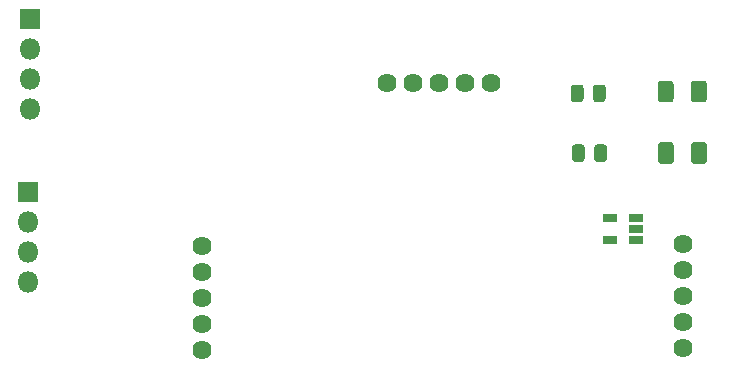
<source format=gbr>
%TF.GenerationSoftware,KiCad,Pcbnew,5.1.6-c6e7f7d~87~ubuntu20.04.1*%
%TF.CreationDate,2022-02-26T19:36:22+01:00*%
%TF.ProjectId,pick_n_place_head,7069636b-5f6e-45f7-906c-6163655f6865,rev?*%
%TF.SameCoordinates,PX5f36538PY5a45498*%
%TF.FileFunction,Soldermask,Top*%
%TF.FilePolarity,Negative*%
%FSLAX46Y46*%
G04 Gerber Fmt 4.6, Leading zero omitted, Abs format (unit mm)*
G04 Created by KiCad (PCBNEW 5.1.6-c6e7f7d~87~ubuntu20.04.1) date 2022-02-26 19:36:22*
%MOMM*%
%LPD*%
G01*
G04 APERTURE LIST*
%ADD10O,1.800000X1.800000*%
%ADD11R,1.800000X1.800000*%
%ADD12C,1.624000*%
%ADD13R,1.160000X0.750000*%
G04 APERTURE END LIST*
D10*
%TO.C,Amot1*%
X-9565640Y28285440D03*
X-9565640Y30825440D03*
X-9565640Y33365440D03*
D11*
X-9565640Y35905440D03*
%TD*%
%TO.C,blue1*%
G36*
G01*
X44951760Y25232040D02*
X44951760Y23922040D01*
G75*
G02*
X44681760Y23652040I-270000J0D01*
G01*
X43871760Y23652040D01*
G75*
G02*
X43601760Y23922040I0J270000D01*
G01*
X43601760Y25232040D01*
G75*
G02*
X43871760Y25502040I270000J0D01*
G01*
X44681760Y25502040D01*
G75*
G02*
X44951760Y25232040I0J-270000D01*
G01*
G37*
G36*
G01*
X47751760Y25232040D02*
X47751760Y23922040D01*
G75*
G02*
X47481760Y23652040I-270000J0D01*
G01*
X46671760Y23652040D01*
G75*
G02*
X46401760Y23922040I0J270000D01*
G01*
X46401760Y25232040D01*
G75*
G02*
X46671760Y25502040I270000J0D01*
G01*
X47481760Y25502040D01*
G75*
G02*
X47751760Y25232040I0J-270000D01*
G01*
G37*
%TD*%
%TO.C,green1*%
G36*
G01*
X47728760Y30439040D02*
X47728760Y29129040D01*
G75*
G02*
X47458760Y28859040I-270000J0D01*
G01*
X46648760Y28859040D01*
G75*
G02*
X46378760Y29129040I0J270000D01*
G01*
X46378760Y30439040D01*
G75*
G02*
X46648760Y30709040I270000J0D01*
G01*
X47458760Y30709040D01*
G75*
G02*
X47728760Y30439040I0J-270000D01*
G01*
G37*
G36*
G01*
X44928760Y30439040D02*
X44928760Y29129040D01*
G75*
G02*
X44658760Y28859040I-270000J0D01*
G01*
X43848760Y28859040D01*
G75*
G02*
X43578760Y29129040I0J270000D01*
G01*
X43578760Y30439040D01*
G75*
G02*
X43848760Y30709040I270000J0D01*
G01*
X44658760Y30709040D01*
G75*
G02*
X44928760Y30439040I0J-270000D01*
G01*
G37*
%TD*%
D12*
%TO.C,M1*%
X4962760Y16734240D03*
X4962760Y14534240D03*
X4962760Y12334240D03*
X4962760Y10134240D03*
X4962760Y7934240D03*
%TD*%
%TO.C,M2*%
X45729760Y8061240D03*
X45729760Y10261240D03*
X45729760Y12461240D03*
X45729760Y14661240D03*
X45729760Y16861240D03*
%TD*%
%TO.C,M3*%
X29479760Y30495240D03*
X27279760Y30495240D03*
X25079760Y30495240D03*
X22879760Y30495240D03*
X20679760Y30495240D03*
%TD*%
%TO.C,R1*%
G36*
G01*
X38207760Y24095790D02*
X38207760Y25058290D01*
G75*
G02*
X38476510Y25327040I268750J0D01*
G01*
X39014010Y25327040D01*
G75*
G02*
X39282760Y25058290I0J-268750D01*
G01*
X39282760Y24095790D01*
G75*
G02*
X39014010Y23827040I-268750J0D01*
G01*
X38476510Y23827040D01*
G75*
G02*
X38207760Y24095790I0J268750D01*
G01*
G37*
G36*
G01*
X36332760Y24095790D02*
X36332760Y25058290D01*
G75*
G02*
X36601510Y25327040I268750J0D01*
G01*
X37139010Y25327040D01*
G75*
G02*
X37407760Y25058290I0J-268750D01*
G01*
X37407760Y24095790D01*
G75*
G02*
X37139010Y23827040I-268750J0D01*
G01*
X36601510Y23827040D01*
G75*
G02*
X36332760Y24095790I0J268750D01*
G01*
G37*
%TD*%
%TO.C,R2*%
G36*
G01*
X36228760Y29150390D02*
X36228760Y30112890D01*
G75*
G02*
X36497510Y30381640I268750J0D01*
G01*
X37035010Y30381640D01*
G75*
G02*
X37303760Y30112890I0J-268750D01*
G01*
X37303760Y29150390D01*
G75*
G02*
X37035010Y28881640I-268750J0D01*
G01*
X36497510Y28881640D01*
G75*
G02*
X36228760Y29150390I0J268750D01*
G01*
G37*
G36*
G01*
X38103760Y29150390D02*
X38103760Y30112890D01*
G75*
G02*
X38372510Y30381640I268750J0D01*
G01*
X38910010Y30381640D01*
G75*
G02*
X39178760Y30112890I0J-268750D01*
G01*
X39178760Y29150390D01*
G75*
G02*
X38910010Y28881640I-268750J0D01*
G01*
X38372510Y28881640D01*
G75*
G02*
X38103760Y29150390I0J268750D01*
G01*
G37*
%TD*%
D13*
%TO.C,U1*%
X41775760Y17200840D03*
X41775760Y18150840D03*
X41775760Y19100840D03*
X39575760Y19100840D03*
X39575760Y17200840D03*
%TD*%
D11*
%TO.C,Zmot1*%
X-9718040Y21275040D03*
D10*
X-9718040Y18735040D03*
X-9718040Y16195040D03*
X-9718040Y13655040D03*
%TD*%
M02*

</source>
